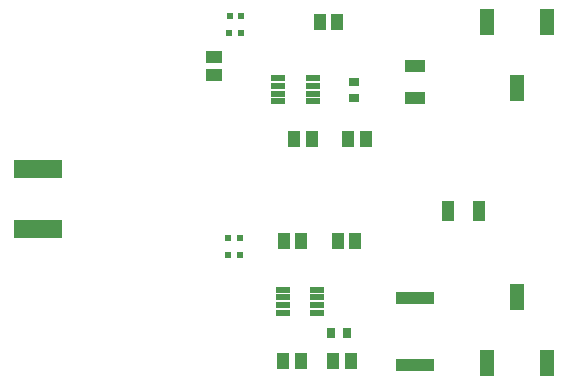
<source format=gbp>
G04*
G04 #@! TF.GenerationSoftware,Altium Limited,Altium Designer,19.1.7 (138)*
G04*
G04 Layer_Color=128*
%FSLAX44Y44*%
%MOMM*%
G71*
G01*
G75*
%ADD16R,1.4000X1.1000*%
%ADD17R,0.8000X0.9000*%
%ADD18R,1.1000X1.4000*%
%ADD19R,1.7000X1.1000*%
%ADD27R,0.9000X0.8000*%
%ADD54R,1.1000X1.7000*%
%ADD55R,1.2000X2.2000*%
%ADD56R,0.6000X0.5000*%
G04:AMPARAMS|DCode=57|XSize=0.45mm|YSize=1.2mm|CornerRadius=0.0495mm|HoleSize=0mm|Usage=FLASHONLY|Rotation=90.000|XOffset=0mm|YOffset=0mm|HoleType=Round|Shape=RoundedRectangle|*
%AMROUNDEDRECTD57*
21,1,0.4500,1.1010,0,0,90.0*
21,1,0.3510,1.2000,0,0,90.0*
1,1,0.0990,0.5505,0.1755*
1,1,0.0990,0.5505,-0.1755*
1,1,0.0990,-0.5505,-0.1755*
1,1,0.0990,-0.5505,0.1755*
%
%ADD57ROUNDEDRECTD57*%
%ADD58R,3.3000X1.1000*%
%ADD59R,4.0640X1.5240*%
D16*
X603250Y981830D02*
D03*
Y996830D02*
D03*
D17*
X715660Y763270D02*
D03*
X701660D02*
D03*
D18*
X661910Y840740D02*
D03*
X676910D02*
D03*
X692270Y1026160D02*
D03*
X707270D02*
D03*
X716400Y927100D02*
D03*
X731400D02*
D03*
X722510Y840740D02*
D03*
X707510D02*
D03*
X703700Y739140D02*
D03*
X718700D02*
D03*
X661670D02*
D03*
X676670D02*
D03*
X670680Y927100D02*
D03*
X685680D02*
D03*
D19*
X773430Y961860D02*
D03*
Y988860D02*
D03*
D27*
X721360Y976010D02*
D03*
Y962010D02*
D03*
D54*
X800570Y866140D02*
D03*
X827570D02*
D03*
D55*
X859790Y793750D02*
D03*
X834390Y737870D02*
D03*
X885190D02*
D03*
X859790Y970280D02*
D03*
X885190Y1026160D02*
D03*
X834390D02*
D03*
D56*
X624840Y829310D02*
D03*
X614840D02*
D03*
Y843280D02*
D03*
X624840D02*
D03*
X616030Y1031240D02*
D03*
X626030D02*
D03*
X625951Y1017270D02*
D03*
X615951D02*
D03*
D57*
X660890Y799810D02*
D03*
Y793310D02*
D03*
Y786810D02*
D03*
Y780310D02*
D03*
X690390D02*
D03*
Y786810D02*
D03*
Y793310D02*
D03*
Y799810D02*
D03*
X657080Y978760D02*
D03*
Y972260D02*
D03*
Y965760D02*
D03*
Y959260D02*
D03*
X686580D02*
D03*
Y965760D02*
D03*
Y972260D02*
D03*
Y978760D02*
D03*
D58*
X773430Y736040D02*
D03*
Y793040D02*
D03*
D59*
X453450Y901640D02*
D03*
Y850840D02*
D03*
M02*

</source>
